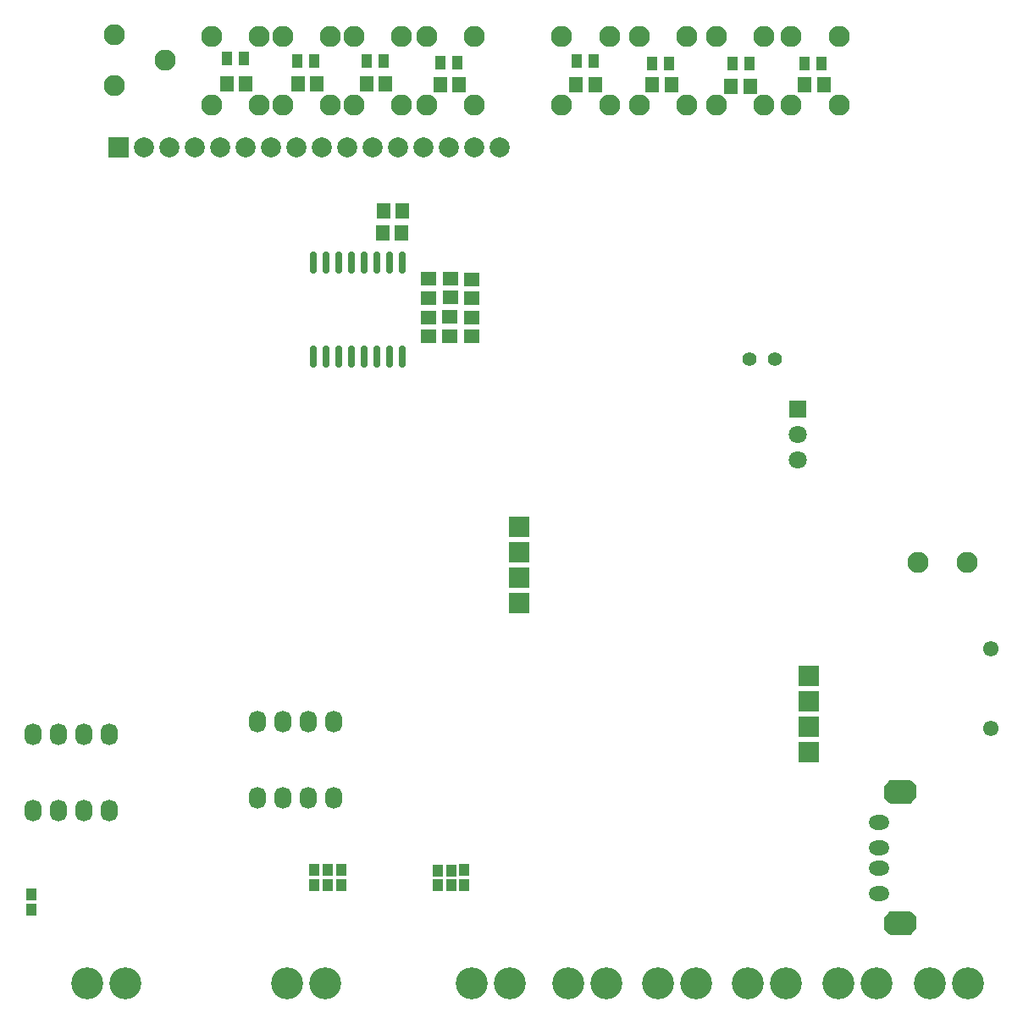
<source format=gbs>
G04*
G04 #@! TF.GenerationSoftware,Altium Limited,Altium Designer,21.9.2 (33)*
G04*
G04 Layer_Color=16711935*
%FSTAX24Y24*%
%MOIN*%
G70*
G04*
G04 #@! TF.SameCoordinates,8777FA3C-9CA2-4F10-8BE3-E232CA162E6C*
G04*
G04*
G04 #@! TF.FilePolarity,Negative*
G04*
G01*
G75*
%ADD47R,0.0434X0.0454*%
%ADD63R,0.0552X0.0631*%
G04:AMPARAMS|DCode=66|XSize=43.3mil|YSize=55.1mil|CornerRadius=7.5mil|HoleSize=0mil|Usage=FLASHONLY|Rotation=0.000|XOffset=0mil|YOffset=0mil|HoleType=Round|Shape=RoundedRectangle|*
%AMROUNDEDRECTD66*
21,1,0.0433,0.0402,0,0,0.0*
21,1,0.0283,0.0551,0,0,0.0*
1,1,0.0150,0.0142,-0.0201*
1,1,0.0150,-0.0142,-0.0201*
1,1,0.0150,-0.0142,0.0201*
1,1,0.0150,0.0142,0.0201*
%
%ADD66ROUNDEDRECTD66*%
%ADD68R,0.0631X0.0552*%
%ADD70O,0.0297X0.0880*%
%ADD73C,0.1261*%
%ADD74R,0.0789X0.0789*%
%ADD75C,0.0789*%
%ADD76R,0.0787X0.0787*%
%ADD77C,0.0611*%
%ADD78O,0.0671X0.0867*%
%ADD79R,0.0710X0.0710*%
%ADD80C,0.0710*%
%ADD81C,0.0830*%
%ADD82C,0.0560*%
G04:AMPARAMS|DCode=83|XSize=61.1mil|YSize=78.9mil|CornerRadius=0mil|HoleSize=0mil|Usage=FLASHONLY|Rotation=90.920|XOffset=0mil|YOffset=0mil|HoleType=Round|Shape=Round|*
%AMOVALD83*
21,1,0.0177,0.0611,0.0000,0.0000,180.9*
1,1,0.0611,0.0089,0.0001*
1,1,0.0611,-0.0089,-0.0001*
%
%ADD83OVALD83*%

G04:AMPARAMS|DCode=84|XSize=94.6mil|YSize=126.1mil|CornerRadius=0mil|HoleSize=0mil|Usage=FLASHONLY|Rotation=90.920|XOffset=0mil|YOffset=0mil|HoleType=Round|Shape=Octagon|*
%AMOCTAGOND84*
4,1,8,-0.0627,-0.0247,-0.0634,0.0226,-0.0402,0.0467,0.0386,0.0479,0.0627,0.0247,0.0634,-0.0226,0.0402,-0.0467,-0.0386,-0.0479,-0.0627,-0.0247,0.0*
%
%ADD84OCTAGOND84*%

D47*
X0225Y015075D02*
D03*
Y015665D02*
D03*
X02197Y015075D02*
D03*
Y015665D02*
D03*
X02304Y015085D02*
D03*
Y015675D02*
D03*
X027875Y015072D02*
D03*
Y015663D02*
D03*
X02736Y015065D02*
D03*
Y015655D02*
D03*
X02684Y01506D02*
D03*
Y015651D02*
D03*
X01085Y014105D02*
D03*
Y014695D02*
D03*
D63*
X024664Y040734D02*
D03*
X025412D02*
D03*
X024692Y041608D02*
D03*
X02544D02*
D03*
X033022Y046576D02*
D03*
X032274D02*
D03*
X036022D02*
D03*
X035274D02*
D03*
X039122Y046526D02*
D03*
X038374D02*
D03*
X042022Y046576D02*
D03*
X041274D02*
D03*
X021328Y046624D02*
D03*
X022076D02*
D03*
X024028D02*
D03*
X024776D02*
D03*
X026928Y046574D02*
D03*
X027676D02*
D03*
X018528Y046624D02*
D03*
X019276D02*
D03*
D66*
X032969Y0475D02*
D03*
X0323D02*
D03*
X03595Y0474D02*
D03*
X035281D02*
D03*
X0391D02*
D03*
X038431D02*
D03*
X04195D02*
D03*
X041281D02*
D03*
X024031Y0475D02*
D03*
X0247D02*
D03*
X0213D02*
D03*
X021969D02*
D03*
X026931Y04745D02*
D03*
X0276D02*
D03*
X018531Y0476D02*
D03*
X0192D02*
D03*
D68*
X027317Y036687D02*
D03*
Y037435D02*
D03*
X026487Y036677D02*
D03*
Y037425D02*
D03*
X02646Y038192D02*
D03*
Y03894D02*
D03*
X028164Y036674D02*
D03*
Y037422D02*
D03*
X02816Y038162D02*
D03*
Y03891D02*
D03*
X02734Y038202D02*
D03*
Y03895D02*
D03*
D70*
X025444Y035864D02*
D03*
X024944D02*
D03*
X024444D02*
D03*
X023944D02*
D03*
X023444D02*
D03*
X022944D02*
D03*
X022444D02*
D03*
X021944D02*
D03*
X025444Y039584D02*
D03*
X024944D02*
D03*
X024444D02*
D03*
X023944D02*
D03*
X023444D02*
D03*
X022944D02*
D03*
X022444D02*
D03*
X021944D02*
D03*
D73*
X0477Y0112D02*
D03*
X0462D02*
D03*
X044109D02*
D03*
X042609D02*
D03*
X037D02*
D03*
X0355D02*
D03*
X033459D02*
D03*
X031959D02*
D03*
X029659D02*
D03*
X028159D02*
D03*
X0224D02*
D03*
X0209D02*
D03*
X01455D02*
D03*
X01305D02*
D03*
X03905D02*
D03*
X04055D02*
D03*
D74*
X014284Y044113D02*
D03*
D75*
X029284D02*
D03*
X028284D02*
D03*
X027284D02*
D03*
X026284D02*
D03*
X025284D02*
D03*
X024284D02*
D03*
X023284D02*
D03*
X022284D02*
D03*
X021284D02*
D03*
X020284D02*
D03*
X019284D02*
D03*
X018284D02*
D03*
X017284D02*
D03*
X016284D02*
D03*
X015284D02*
D03*
D76*
X04145Y0203D02*
D03*
Y0213D02*
D03*
Y0223D02*
D03*
Y0233D02*
D03*
X03005Y02619D02*
D03*
Y02719D02*
D03*
Y02819D02*
D03*
Y02919D02*
D03*
D77*
X04862Y02124D02*
D03*
Y02439D02*
D03*
D78*
X0139Y018D02*
D03*
X0129D02*
D03*
X0119D02*
D03*
X0109D02*
D03*
Y021D02*
D03*
X0119D02*
D03*
X0129D02*
D03*
X0139D02*
D03*
X01975Y0185D02*
D03*
X02075D02*
D03*
X02175D02*
D03*
X02275D02*
D03*
Y0215D02*
D03*
X02175D02*
D03*
X02075D02*
D03*
X01975D02*
D03*
D79*
X04102Y03382D02*
D03*
D80*
Y03282D02*
D03*
Y03182D02*
D03*
D81*
X04767Y02776D02*
D03*
X045741D02*
D03*
X04075Y04577D02*
D03*
X04263Y04848D02*
D03*
X04075D02*
D03*
X04263Y04577D02*
D03*
X01982Y04848D02*
D03*
X01794Y04577D02*
D03*
X01982D02*
D03*
X01794Y04848D02*
D03*
X0378Y04577D02*
D03*
X03968Y04848D02*
D03*
X0378D02*
D03*
X03968Y04577D02*
D03*
X02262Y04848D02*
D03*
X02074Y04577D02*
D03*
X02262D02*
D03*
X02074Y04848D02*
D03*
X03477Y04577D02*
D03*
X03665Y04848D02*
D03*
X03477D02*
D03*
X03665Y04577D02*
D03*
X02542Y04848D02*
D03*
X02354Y04577D02*
D03*
X02542D02*
D03*
X02354Y04848D02*
D03*
X03172Y04577D02*
D03*
X0336Y04848D02*
D03*
X03172D02*
D03*
X0336Y04577D02*
D03*
X02827Y04848D02*
D03*
X02639Y04577D02*
D03*
X02827D02*
D03*
X02639Y04848D02*
D03*
X0141Y04855D02*
D03*
X0161Y04755D02*
D03*
X0141Y04655D02*
D03*
D82*
X03912Y03577D02*
D03*
X04012D02*
D03*
D83*
X04419Y01475D02*
D03*
Y01575D02*
D03*
Y01655D02*
D03*
Y01755D02*
D03*
D84*
X045022Y013563D02*
D03*
X045022Y018737D02*
D03*
M02*

</source>
